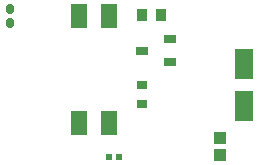
<source format=gbr>
%TF.GenerationSoftware,KiCad,Pcbnew,8.0.7*%
%TF.CreationDate,2025-03-16T23:49:03-07:00*%
%TF.ProjectId,RelaySwitchCompact,52656c61-7953-4776-9974-6368436f6d70,rev?*%
%TF.SameCoordinates,Original*%
%TF.FileFunction,Paste,Bot*%
%TF.FilePolarity,Positive*%
%FSLAX46Y46*%
G04 Gerber Fmt 4.6, Leading zero omitted, Abs format (unit mm)*
G04 Created by KiCad (PCBNEW 8.0.7) date 2025-03-16 23:49:03*
%MOMM*%
%LPD*%
G01*
G04 APERTURE LIST*
G04 Aperture macros list*
%AMRoundRect*
0 Rectangle with rounded corners*
0 $1 Rounding radius*
0 $2 $3 $4 $5 $6 $7 $8 $9 X,Y pos of 4 corners*
0 Add a 4 corners polygon primitive as box body*
4,1,4,$2,$3,$4,$5,$6,$7,$8,$9,$2,$3,0*
0 Add four circle primitives for the rounded corners*
1,1,$1+$1,$2,$3*
1,1,$1+$1,$4,$5*
1,1,$1+$1,$6,$7*
1,1,$1+$1,$8,$9*
0 Add four rect primitives between the rounded corners*
20,1,$1+$1,$2,$3,$4,$5,0*
20,1,$1+$1,$4,$5,$6,$7,0*
20,1,$1+$1,$6,$7,$8,$9,0*
20,1,$1+$1,$8,$9,$2,$3,0*%
G04 Aperture macros list end*
%ADD10RoundRect,0.160000X-0.160000X0.222500X-0.160000X-0.222500X0.160000X-0.222500X0.160000X0.222500X0*%
%ADD11R,1.000000X0.800000*%
%ADD12R,1.630000X2.561400*%
%ADD13R,0.560000X0.600000*%
%ADD14R,1.020000X1.040000*%
%ADD15R,0.940000X1.020000*%
%ADD16R,0.930000X0.790000*%
%ADD17R,1.440000X2.090000*%
G04 APERTURE END LIST*
D10*
%TO.C,F1*%
X155516558Y-97088046D03*
X155516558Y-98233046D03*
%TD*%
D11*
%TO.C,U2*%
X169100000Y-99650000D03*
X169100000Y-101550000D03*
X166700000Y-100600000D03*
%TD*%
D12*
%TO.C,D1*%
X175300000Y-105268300D03*
X175300000Y-101731700D03*
%TD*%
D13*
%TO.C,R4*%
X164735000Y-109600000D03*
X163865000Y-109600000D03*
%TD*%
D14*
%TO.C,R1*%
X173300000Y-107965000D03*
X173300000Y-109435000D03*
%TD*%
D15*
%TO.C,R2*%
X166710000Y-97600000D03*
X168290000Y-97600000D03*
%TD*%
D16*
%TO.C,R3*%
X166700000Y-105120000D03*
X166700000Y-103480000D03*
%TD*%
D17*
%TO.C,U1*%
X163870000Y-106740000D03*
X161330000Y-106740000D03*
X161330000Y-97660000D03*
X163870000Y-97660000D03*
%TD*%
M02*

</source>
